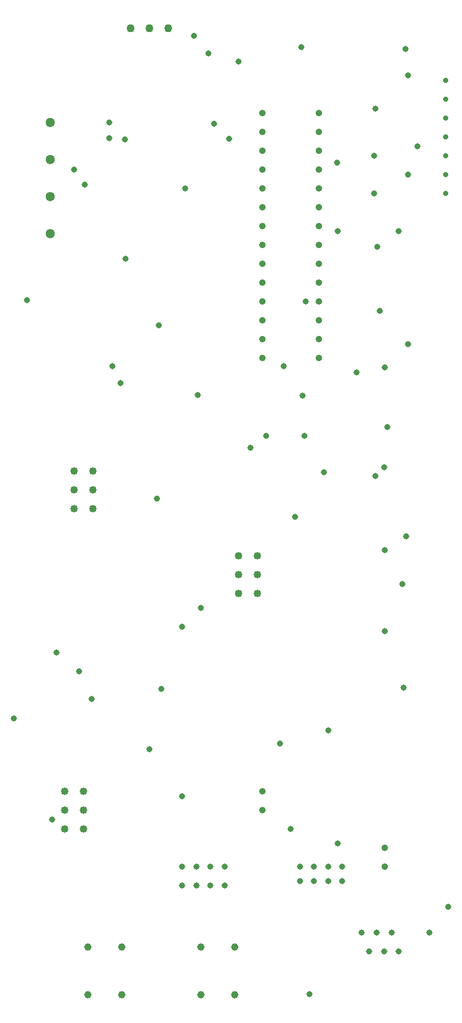
<source format=gbr>
%TF.GenerationSoftware,Novarm,DipTrace,3.3.1.3*%
%TF.CreationDate,2020-09-22T12:03:10+00:00*%
%FSLAX35Y35*%
%MOMM*%
%TF.FileFunction,Plated,1,2,PTH,Drill*%
%TF.Part,Single*%
%TA.AperFunction,ComponentDrill*%
%ADD14C,1.0*%
%ADD20C,1.3*%
%ADD43C,0.8*%
%ADD46C,0.9*%
%ADD47C,1.02*%
%ADD48C,1.1*%
%ADD49C,0.7*%
%TA.AperFunction,ViaDrill*%
%ADD93C,0.8*%
G75*
G01*
D46*
X5207000Y2032000D3*
Y2286000D3*
X3556000Y3048000D3*
Y2794000D3*
D47*
X1016000Y7366000D3*
Y7112000D3*
Y6858000D3*
X1270000D3*
Y7112000D3*
Y7366000D3*
X3238500Y6223000D3*
Y5969000D3*
Y5715000D3*
X3492500D3*
Y5969000D3*
Y6223000D3*
D20*
X698500Y12065000D3*
Y11065000D3*
Y11565000D3*
Y10565000D3*
D48*
X2286000Y13335000D3*
X2032000D3*
X1778000D3*
D43*
X5397500Y889000D3*
X5297500Y1143000D3*
X5197500Y889000D3*
X5097500Y1143000D3*
X4997500Y889000D3*
X4897500Y1143000D3*
D47*
X889000Y3048000D3*
Y2794000D3*
Y2540000D3*
X1143000D3*
Y2794000D3*
Y3048000D3*
D14*
X1206500Y952500D3*
X1656500D3*
Y302500D3*
X1206500D3*
X2730500Y952500D3*
X3180500D3*
Y302500D3*
X2730500D3*
D93*
X2476500Y2032000D3*
X2667000D3*
Y1778000D3*
X3048000Y2032000D3*
X2476500Y1778000D3*
X2857500Y2032000D3*
Y1778000D3*
X3048000D3*
X4064000Y2032000D3*
X4254500D3*
X4445000D3*
X4635500D3*
X4064000Y1841500D3*
X4254500D3*
X4445000D3*
X4635500D3*
X2476500Y2984500D3*
X5810250Y1143000D3*
X5524500Y9080500D3*
X2476500Y5270500D3*
X5397500Y10604500D3*
X6064250Y1492250D3*
D49*
X6032500Y11112500D3*
Y11366500D3*
Y11620500D3*
Y11874500D3*
Y12128500D3*
Y12382500D3*
Y12636500D3*
D46*
X4318000Y12192000D3*
Y11938000D3*
Y11684000D3*
Y11430000D3*
Y11176000D3*
Y10922000D3*
Y10668000D3*
Y10414000D3*
Y10160000D3*
Y9906000D3*
Y9652000D3*
Y9398000D3*
Y9144000D3*
Y8890000D3*
X3556000D3*
Y9144000D3*
Y9398000D3*
Y9652000D3*
Y9906000D3*
Y10160000D3*
Y10414000D3*
Y10668000D3*
Y10922000D3*
Y11176000D3*
Y11430000D3*
Y11684000D3*
Y11938000D3*
Y12192000D3*
D93*
X1494000Y12065000D3*
Y11855000D3*
X1704000Y11835000D3*
X2901500Y12049000D3*
X3111500Y11849000D3*
X5485010Y13053500D3*
X4826000Y8699500D3*
X5060000Y11617500D3*
X5061000Y11112500D3*
X3238500Y12890500D3*
X4572000Y2349500D3*
X3937000Y2540000D3*
X205510Y4029500D3*
X4080000Y13081000D3*
X2680000Y8393000D3*
X2190000Y4425000D3*
X2831500Y12998500D3*
X4188000Y317500D3*
X5143500Y9525000D3*
X5207000Y8763000D3*
X1016000Y11430000D3*
X1156000Y11230000D3*
X1084000Y4667500D3*
X2730500Y5524500D3*
X4384510Y7352520D3*
X5442000Y5842000D3*
X5461000Y4445000D3*
X3396510Y7677500D3*
X381000Y9665350D3*
X5497000Y6482000D3*
X4445000Y3873500D3*
X5207000Y5207000D3*
Y6297000D3*
X4563000Y11522500D3*
X4000500Y6751500D3*
X5081000Y7302500D3*
X3606510Y7842500D3*
X4127500D3*
X3790000Y3694010D3*
X5196000Y7417500D3*
X4096000Y8385000D3*
X4143000Y9652000D3*
X715500Y2664460D3*
X1249000Y4292500D3*
X775000Y4922500D3*
X2159000Y9334500D3*
X5524500Y11366500D3*
Y12700000D3*
X2516510Y11176000D3*
X2631510Y13236000D3*
X5651500Y11747500D3*
X5241000Y7957500D3*
X2135000Y6997000D3*
X4572000Y10604500D3*
X2032000Y3619500D3*
X5106000Y10385010D3*
X5080000Y12255500D3*
X1644000Y8548000D3*
X1714500Y10229000D3*
X1529000Y8778000D3*
X3841000D3*
M02*

</source>
